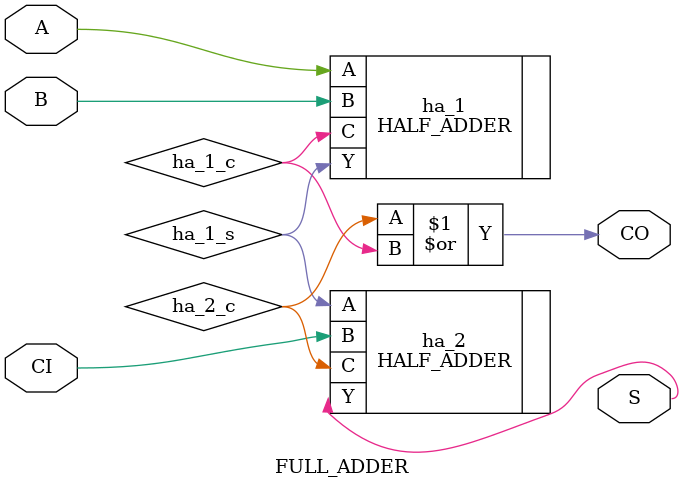
<source format=v>
`include "prj_definition.v"

module FULL_ADDER(S, CO, A, B, CI);
   input A, B, CI;
   output S, CO;
   
   wire   ha_1_s, ha_1_c;
   wire   ha_2_c;
   
   HALF_ADDER ha_1(.Y(ha_1_s), .C(ha_1_c), .A(A), .B(B));
   HALF_ADDER ha_2(.Y(S), .C(ha_2_c), .A(ha_1_s), .B(CI));
   

   //HALF_ADDER ha_1 (ha_1_s, ha_1_c, A, B);
   //HALF_ADDER ha_2 (S, ha_2_c, ha_1_y, CI);

   or fa_or(CO, ha_2_c, ha_1_c);
   
endmodule
</source>
